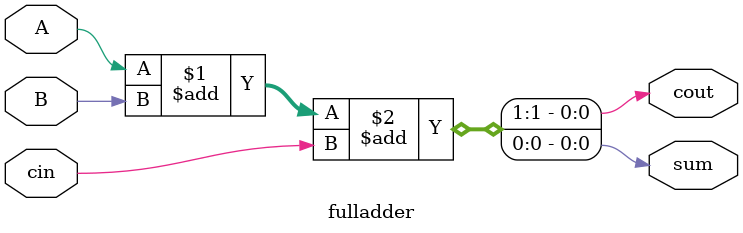
<source format=v>
module fulladder(input A, input B, input cin, output cout, output sum );
assign {cout, sum} = A + B + cin;
endmodule

</source>
